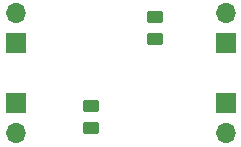
<source format=gbr>
%TF.GenerationSoftware,KiCad,Pcbnew,6.0.7-f9a2dced07~116~ubuntu20.04.1*%
%TF.CreationDate,2022-10-31T14:46:48+01:00*%
%TF.ProjectId,sgp41_board,73677034-315f-4626-9f61-72642e6b6963,rev?*%
%TF.SameCoordinates,Original*%
%TF.FileFunction,Soldermask,Bot*%
%TF.FilePolarity,Negative*%
%FSLAX46Y46*%
G04 Gerber Fmt 4.6, Leading zero omitted, Abs format (unit mm)*
G04 Created by KiCad (PCBNEW 6.0.7-f9a2dced07~116~ubuntu20.04.1) date 2022-10-31 14:46:48*
%MOMM*%
%LPD*%
G01*
G04 APERTURE LIST*
G04 Aperture macros list*
%AMRoundRect*
0 Rectangle with rounded corners*
0 $1 Rounding radius*
0 $2 $3 $4 $5 $6 $7 $8 $9 X,Y pos of 4 corners*
0 Add a 4 corners polygon primitive as box body*
4,1,4,$2,$3,$4,$5,$6,$7,$8,$9,$2,$3,0*
0 Add four circle primitives for the rounded corners*
1,1,$1+$1,$2,$3*
1,1,$1+$1,$4,$5*
1,1,$1+$1,$6,$7*
1,1,$1+$1,$8,$9*
0 Add four rect primitives between the rounded corners*
20,1,$1+$1,$2,$3,$4,$5,0*
20,1,$1+$1,$4,$5,$6,$7,0*
20,1,$1+$1,$6,$7,$8,$9,0*
20,1,$1+$1,$8,$9,$2,$3,0*%
G04 Aperture macros list end*
%ADD10R,1.700000X1.700000*%
%ADD11O,1.700000X1.700000*%
%ADD12RoundRect,0.250000X0.450000X-0.262500X0.450000X0.262500X-0.450000X0.262500X-0.450000X-0.262500X0*%
G04 APERTURE END LIST*
D10*
%TO.C,J3*%
X119380000Y-40640000D03*
D11*
X119380000Y-43180000D03*
%TD*%
D10*
%TO.C,J4*%
X119380000Y-35560000D03*
D11*
X119380000Y-33020000D03*
%TD*%
D12*
%TO.C,R3*%
X113411000Y-35179000D03*
X113411000Y-33354000D03*
%TD*%
D10*
%TO.C,J1*%
X101600000Y-40640000D03*
D11*
X101600000Y-43180000D03*
%TD*%
D10*
%TO.C,J2*%
X101600000Y-35560000D03*
D11*
X101600000Y-33020000D03*
%TD*%
D12*
%TO.C,R1*%
X107950000Y-42719000D03*
X107950000Y-40894000D03*
%TD*%
M02*

</source>
